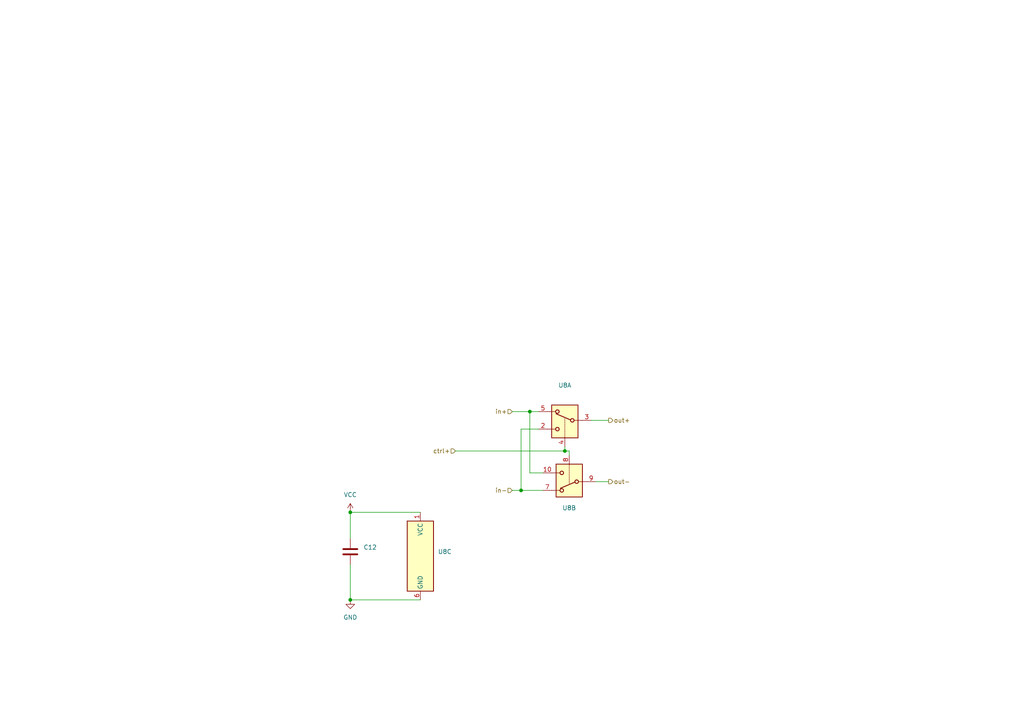
<source format=kicad_sch>
(kicad_sch (version 20211123) (generator eeschema)
  (paper "A4")
  (lib_symbols
    (symbol "0JLC-6:100nF_0402" (pin_numbers hide) (pin_names (offset 0.254))
      (property "Reference" "C" (at 0.635 2.54 0))
      (property "Value" "100nF_0402" (at 0.635 -2.54 0))
      (symbol "100nF_0402_0_1"
        (polyline (pts (xy -2.032 -0.762) (xy 2.032 -0.762)) (stroke (width 0.508)))
        (polyline (pts (xy -2.032 0.762) (xy 2.032 0.762)) (stroke (width 0.508)))
      )
      (symbol "100nF_0402_1_1"
        (pin passive line (at 0 3.81 270) (length 2.794) (name "~") (number "1"))
        (pin passive line (at 0 -3.81 90) (length 2.794) (name "~") (number "2"))
      )
    )
    (symbol "Analog_Switch:TS3A24159DGSR"
      (property "Reference" "U" (at -3.81 5.08 0))
      (property "Value" "TS3A24159DGSR" (at -3.81 3.175 0))
      (symbol "TS3A24159DGSR_1_1"
        (rectangle (start -3.81 1.905) (end 3.81 -7.62) (stroke (width 0.254)) (fill (type background)))
        (circle (center -2.159 -2.54) (radius 0.508) (stroke (width 0.254)))
        (polyline (pts (xy -5.08 -2.54) (xy -2.794 -2.54)))
        (polyline (pts (xy -1.651 -2.413) (xy 2.54 -0.635)) (stroke (width 0.254)))
        (polyline (pts (xy 0 -7.62) (xy 0 -7.112)))
        (polyline (pts (xy 0 -6.858) (xy 0 -6.604)))
        (polyline (pts (xy 0 -6.35) (xy 0 -6.096)))
        (polyline (pts (xy 0 -5.842) (xy 0 -5.588)))
        (polyline (pts (xy 0 -5.334) (xy 0 -5.08)))
        (polyline (pts (xy 0 -4.826) (xy 0 -4.572)))
        (polyline (pts (xy 0 -4.318) (xy 0 -4.064)))
        (polyline (pts (xy 0 -3.81) (xy 0 -3.556)))
        (polyline (pts (xy 0 -3.302) (xy 0 -3.048)))
        (polyline (pts (xy 0 -2.794) (xy 0 -2.54)))
        (polyline (pts (xy 0 -2.286) (xy 0 -2.032)))
        (polyline (pts (xy 5.08 -5.08) (xy 2.794 -5.08)))
        (polyline (pts (xy 5.08 0) (xy 2.794 0)))
        (circle (center 2.159 -5.08) (radius 0.508) (stroke (width 0.254)))
        (circle (center 2.159 0) (radius 0.508) (stroke (width 0.254)))
        (pin passive line (at 7.62 -5.08 180) (length 2.54) (name "~") (number "2"))
        (pin passive line (at -7.62 -2.54 0) (length 2.54) (name "~") (number "3"))
        (pin input line (at 0 -10.16 90) (length 2.54) (name "~") (number "4"))
        (pin passive line (at 7.62 0 180) (length 2.54) (name "~") (number "5"))
      )
      (symbol "TS3A24159DGSR_2_1"
        (rectangle (start -3.81 1.905) (end 3.81 -7.62) (stroke (width 0.254)) (fill (type background)))
        (circle (center -2.159 -2.54) (radius 0.508) (stroke (width 0.254)))
        (polyline (pts (xy -5.08 -2.54) (xy -2.794 -2.54)))
        (polyline (pts (xy -1.651 -2.413) (xy 2.54 -0.635)) (stroke (width 0.254)))
        (polyline (pts (xy 0 -7.62) (xy 0 -7.112)))
        (polyline (pts (xy 0 -6.858) (xy 0 -6.604)))
        (polyline (pts (xy 0 -6.35) (xy 0 -6.096)))
        (polyline (pts (xy 0 -5.842) (xy 0 -5.588)))
        (polyline (pts (xy 0 -5.334) (xy 0 -5.08)))
        (polyline (pts (xy 0 -4.826) (xy 0 -4.572)))
        (polyline (pts (xy 0 -4.318) (xy 0 -4.064)))
        (polyline (pts (xy 0 -3.81) (xy 0 -3.556)))
        (polyline (pts (xy 0 -3.302) (xy 0 -3.048)))
        (polyline (pts (xy 0 -2.794) (xy 0 -2.54)))
        (polyline (pts (xy 0 -2.286) (xy 0 -2.032)))
        (polyline (pts (xy 5.08 -5.08) (xy 2.794 -5.08)))
        (polyline (pts (xy 5.08 0) (xy 2.794 0)))
        (circle (center 2.159 -5.08) (radius 0.508) (stroke (width 0.254)))
        (circle (center 2.159 0) (radius 0.508) (stroke (width 0.254)))
        (pin passive line (at 7.62 -5.08 180) (length 2.54) (name "~") (number "10"))
        (pin passive line (at 7.62 0 180) (length 2.54) (name "~") (number "7"))
        (pin input line (at 0 -10.16 90) (length 2.54) (name "~") (number "8"))
        (pin passive line (at -7.62 -2.54 0) (length 2.54) (name "~") (number "9"))
      )
      (symbol "TS3A24159DGSR_3_1"
        (rectangle (start -3.81 10.16) (end 3.81 -10.16) (stroke (width 0.254)) (fill (type background)))
        (pin power_in line (at 0 12.7 270) (length 2.54) (name "VCC") (number "1"))
        (pin power_in line (at 0 -12.7 90) (length 2.54) (name "GND") (number "6"))
      )
    )
    (symbol "power:GND" (power) (pin_names (offset 0))
      (property "Value" "GND" (at 0 -3.81 0))
      (symbol "GND_0_1"
        (polyline (pts (xy 0 0) (xy 0 -1.27) (xy 1.27 -1.27) (xy 0 -2.54) (xy -1.27 -1.27) (xy 0 -1.27)))
      )
      (symbol "GND_1_1"
        (pin power_in line (at 0 0 270) (length 0) hide (name "GND") (number "1"))
      )
    )
    (symbol "power:VCC" (power) (pin_names (offset 0))
      (property "Value" "VCC" (at 0 3.81 0))
      (symbol "VCC_0_1"
        (polyline (pts (xy -0.762 1.27) (xy 0 2.54)))
        (polyline (pts (xy 0 0) (xy 0 2.54)))
        (polyline (pts (xy 0 2.54) (xy 0.762 1.27)))
      )
      (symbol "VCC_1_1"
        (pin power_in line (at 0 0 90) (length 0) hide (name "VCC") (number "1"))
      )
    )
  )
  (junction (at 101.6 148.59))
  (junction (at 153.67 119.38))
  (junction (at 151.13 142.24))
  (junction (at 101.6 173.99))
  (junction (at 163.83 130.81))
  (wire (pts (xy 153.67 137.16) (xy 157.48 137.16)))
  (wire (pts (xy 151.13 142.24) (xy 157.48 142.24)))
  (wire (pts (xy 153.67 119.38) (xy 156.21 119.38)))
  (wire (pts (xy 163.83 130.81) (xy 163.83 129.54)))
  (wire (pts (xy 101.6 173.99) (xy 121.92 173.99)))
  (wire (pts (xy 151.13 124.46) (xy 156.21 124.46)))
  (wire (pts (xy 151.13 142.24) (xy 151.13 124.46)))
  (wire (pts (xy 171.45 121.92) (xy 176.53 121.92)))
  (wire (pts (xy 148.59 142.24) (xy 151.13 142.24)))
  (wire (pts (xy 148.59 119.38) (xy 153.67 119.38)))
  (wire (pts (xy 101.6 148.59) (xy 121.92 148.59)))
  (wire (pts (xy 153.67 119.38) (xy 153.67 137.16)))
  (wire (pts (xy 101.6 163.83) (xy 101.6 173.99)))
  (wire (pts (xy 163.83 130.81) (xy 165.1 130.81)))
  (wire (pts (xy 165.1 130.81) (xy 165.1 132.08)))
  (wire (pts (xy 132.08 130.81) (xy 163.83 130.81)))
  (wire (pts (xy 172.72 139.7) (xy 176.53 139.7)))
  (wire (pts (xy 101.6 156.21) (xy 101.6 148.59)))
  (hierarchical_label "ctrl+" (shape input) (at 132.08 130.81 180))
  (hierarchical_label "out-" (shape output) (at 176.53 139.7 0))
  (hierarchical_label "in+" (shape input) (at 148.59 119.38 180))
  (hierarchical_label "in-" (shape input) (at 148.59 142.24 180))
  (hierarchical_label "out+" (shape output) (at 176.53 121.92 0))
  (symbol (lib_id "power:VCC") (at 101.6 148.59 0) (unit 1)
    (property "Reference" "#PWR034" (effects hide))
    (property "Value" "VCC" (at 101.6 143.51 0))
  )
  (symbol (lib_id "0JLC-6:100nF_0402") (at 101.6 160.02 0) (unit 1)
    (property "Reference" "C12" (at 105.41 158.7499 0) (effects (justify left)))
    (property "LCSC" "C1525" (effects hide))
    (property "MPN" "CL05B104KO5NNNC" (effects hide))
  )
  (symbol (lib_id "Analog_Switch:TS3A24159DGSR") (at 163.83 119.38 0) (mirror y) (unit 1)
    (property "Reference" "U8" (at 163.83 111.76 0))
    (property "LCSC" "C237025" (effects hide))
  )
  (symbol (lib_id "Analog_Switch:TS3A24159DGSR") (at 121.92 161.29 0) (unit 3)
    (property "Reference" "U8" (at 127 160.0199 0) (effects (justify left)))
    (property "LCSC" "C237025" (effects hide))
  )
  (symbol (lib_id "power:GND") (at 101.6 173.99 0) (unit 1)
    (property "Reference" "#PWR035" (effects hide))
    (property "Value" "GND" (at 101.6 179.07 0))
  )
  (symbol (lib_id "Analog_Switch:TS3A24159DGSR") (at 165.1 142.24 180) (unit 2)
    (property "Reference" "U8" (at 165.1 147.32 0))
    (property "LCSC" "C237025" (effects hide))
  )
)
</source>
